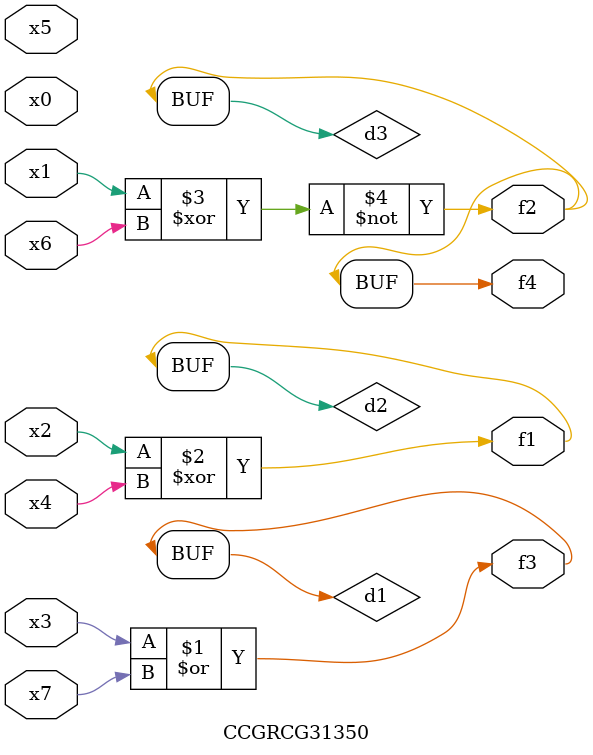
<source format=v>
module CCGRCG31350(
	input x0, x1, x2, x3, x4, x5, x6, x7,
	output f1, f2, f3, f4
);

	wire d1, d2, d3;

	or (d1, x3, x7);
	xor (d2, x2, x4);
	xnor (d3, x1, x6);
	assign f1 = d2;
	assign f2 = d3;
	assign f3 = d1;
	assign f4 = d3;
endmodule

</source>
